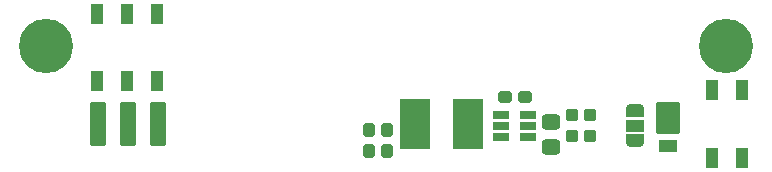
<source format=gbr>
%TF.GenerationSoftware,KiCad,Pcbnew,7.0.1*%
%TF.CreationDate,2023-04-12T12:59:01-04:00*%
%TF.ProjectId,BuckarooHAT,4275636b-6172-46f6-9f48-41542e6b6963,rev?*%
%TF.SameCoordinates,Original*%
%TF.FileFunction,Soldermask,Top*%
%TF.FilePolarity,Negative*%
%FSLAX46Y46*%
G04 Gerber Fmt 4.6, Leading zero omitted, Abs format (unit mm)*
G04 Created by KiCad (PCBNEW 7.0.1) date 2023-04-12 12:59:01*
%MOMM*%
%LPD*%
G01*
G04 APERTURE LIST*
G04 Aperture macros list*
%AMRoundRect*
0 Rectangle with rounded corners*
0 $1 Rounding radius*
0 $2 $3 $4 $5 $6 $7 $8 $9 X,Y pos of 4 corners*
0 Add a 4 corners polygon primitive as box body*
4,1,4,$2,$3,$4,$5,$6,$7,$8,$9,$2,$3,0*
0 Add four circle primitives for the rounded corners*
1,1,$1+$1,$2,$3*
1,1,$1+$1,$4,$5*
1,1,$1+$1,$6,$7*
1,1,$1+$1,$8,$9*
0 Add four rect primitives between the rounded corners*
20,1,$1+$1,$2,$3,$4,$5,0*
20,1,$1+$1,$4,$5,$6,$7,0*
20,1,$1+$1,$6,$7,$8,$9,0*
20,1,$1+$1,$8,$9,$2,$3,0*%
%AMFreePoly0*
4,1,35,0.012286,0.794911,0.071157,0.794911,0.085244,0.792886,0.221795,0.752791,0.234740,0.746879,0.354462,0.669938,0.365217,0.660618,0.458414,0.553063,0.466109,0.541091,0.525228,0.411637,0.529237,0.397982,0.549491,0.257116,0.550000,0.250000,0.550000,-0.250000,0.549491,-0.257116,0.529237,-0.397982,0.525228,-0.411637,0.466109,-0.541091,0.458414,-0.553063,0.365217,-0.660618,
0.354462,-0.669938,0.234740,-0.746879,0.221795,-0.752791,0.085244,-0.792886,0.071157,-0.794911,0.012286,-0.794911,0.000000,-0.800000,-0.550000,-0.800000,-0.585355,-0.785355,-0.600000,-0.750000,-0.600000,0.750000,-0.585355,0.785355,-0.550000,0.800000,0.000000,0.800000,0.012286,0.794911,0.012286,0.794911,$1*%
%AMFreePoly1*
4,1,35,0.585355,0.785355,0.600000,0.750000,0.600000,-0.750000,0.585355,-0.785355,0.550000,-0.800000,0.000000,-0.800000,-0.012286,-0.794911,-0.071157,-0.794911,-0.085244,-0.792886,-0.221795,-0.752791,-0.234740,-0.746879,-0.354462,-0.669938,-0.365217,-0.660618,-0.458414,-0.553063,-0.466109,-0.541091,-0.525228,-0.411637,-0.529237,-0.397982,-0.549491,-0.257116,-0.550000,-0.250000,-0.550000,0.250000,
-0.549491,0.257116,-0.529237,0.397982,-0.525228,0.411637,-0.466109,0.541091,-0.458414,0.553063,-0.365217,0.660618,-0.354462,0.669938,-0.234740,0.746879,-0.221795,0.752791,-0.085244,0.792886,-0.071157,0.794911,-0.012286,0.794911,0.000000,0.800000,0.550000,0.800000,0.585355,0.785355,0.585355,0.785355,$1*%
G04 Aperture macros list end*
%ADD10RoundRect,0.050000X-0.500000X-0.775000X0.500000X-0.775000X0.500000X0.775000X-0.500000X0.775000X0*%
%ADD11RoundRect,0.200000X-0.512500X-0.150000X0.512500X-0.150000X0.512500X0.150000X-0.512500X0.150000X0*%
%ADD12RoundRect,0.287500X-0.237500X0.300000X-0.237500X-0.300000X0.237500X-0.300000X0.237500X0.300000X0*%
%ADD13RoundRect,0.300000X0.475000X-0.337500X0.475000X0.337500X-0.475000X0.337500X-0.475000X-0.337500X0*%
%ADD14C,4.600000*%
%ADD15C,3.200000*%
%ADD16RoundRect,0.287500X-0.237500X0.250000X-0.237500X-0.250000X0.237500X-0.250000X0.237500X0.250000X0*%
%ADD17RoundRect,0.050000X1.200000X2.100000X-1.200000X2.100000X-1.200000X-2.100000X1.200000X-2.100000X0*%
%ADD18RoundRect,0.287500X0.237500X-0.250000X0.237500X0.250000X-0.237500X0.250000X-0.237500X-0.250000X0*%
%ADD19RoundRect,0.050000X0.600000X-1.800000X0.600000X1.800000X-0.600000X1.800000X-0.600000X-1.800000X0*%
%ADD20RoundRect,0.287500X-0.300000X-0.237500X0.300000X-0.237500X0.300000X0.237500X-0.300000X0.237500X0*%
%ADD21RoundRect,0.050000X-0.940000X1.270000X-0.940000X-1.270000X0.940000X-1.270000X0.940000X1.270000X0*%
%ADD22RoundRect,0.050000X-0.675000X0.480000X-0.675000X-0.480000X0.675000X-0.480000X0.675000X0.480000X0*%
%ADD23FreePoly0,270.000000*%
%ADD24RoundRect,0.050000X-0.750000X0.500000X-0.750000X-0.500000X0.750000X-0.500000X0.750000X0.500000X0*%
%ADD25FreePoly1,270.000000*%
G04 APERTURE END LIST*
D10*
%TO.C,J1*%
X158065001Y-83792899D03*
X158065001Y-78042899D03*
X160605001Y-83792899D03*
X160605001Y-78042899D03*
%TD*%
%TO.C,J2*%
X105994200Y-77301800D03*
X105994200Y-71551800D03*
X108534200Y-77301800D03*
X108534200Y-71551800D03*
X111074200Y-77301800D03*
X111074200Y-71551800D03*
%TD*%
D11*
%TO.C,U1*%
X140213500Y-80142000D03*
X140213500Y-81092000D03*
X140213500Y-82042000D03*
X142488500Y-82042000D03*
X142488500Y-81092000D03*
X142488500Y-80142000D03*
%TD*%
D12*
%TO.C,C4*%
X130556000Y-81433500D03*
X130556000Y-83158500D03*
%TD*%
D13*
%TO.C,C1*%
X144404500Y-82825500D03*
X144404500Y-80750500D03*
%TD*%
D14*
%TO.C,H1*%
X159258000Y-74295000D03*
D15*
X159258000Y-74295000D03*
%TD*%
D16*
%TO.C,R1*%
X146177000Y-80113500D03*
X146177000Y-81938500D03*
%TD*%
D12*
%TO.C,C3*%
X129032000Y-81433500D03*
X129032000Y-83158500D03*
%TD*%
D17*
%TO.C,L1*%
X137414000Y-80899000D03*
X132914000Y-80899000D03*
%TD*%
D18*
%TO.C,R2*%
X147701000Y-81938500D03*
X147701000Y-80113500D03*
%TD*%
D19*
%TO.C,J3*%
X106045000Y-80899000D03*
X108585000Y-80899000D03*
X111125000Y-80899000D03*
%TD*%
D20*
%TO.C,C2*%
X140488500Y-78613000D03*
X142213500Y-78613000D03*
%TD*%
D14*
%TO.C,H2*%
X101625400Y-74295000D03*
D15*
X101625400Y-74295000D03*
%TD*%
D21*
%TO.C,D1*%
X154305000Y-80391000D03*
D22*
X154305000Y-82741000D03*
%TD*%
D23*
%TO.C,JP1*%
X151511000Y-82356000D03*
D24*
X151511000Y-81056000D03*
D25*
X151511000Y-79756000D03*
%TD*%
M02*

</source>
